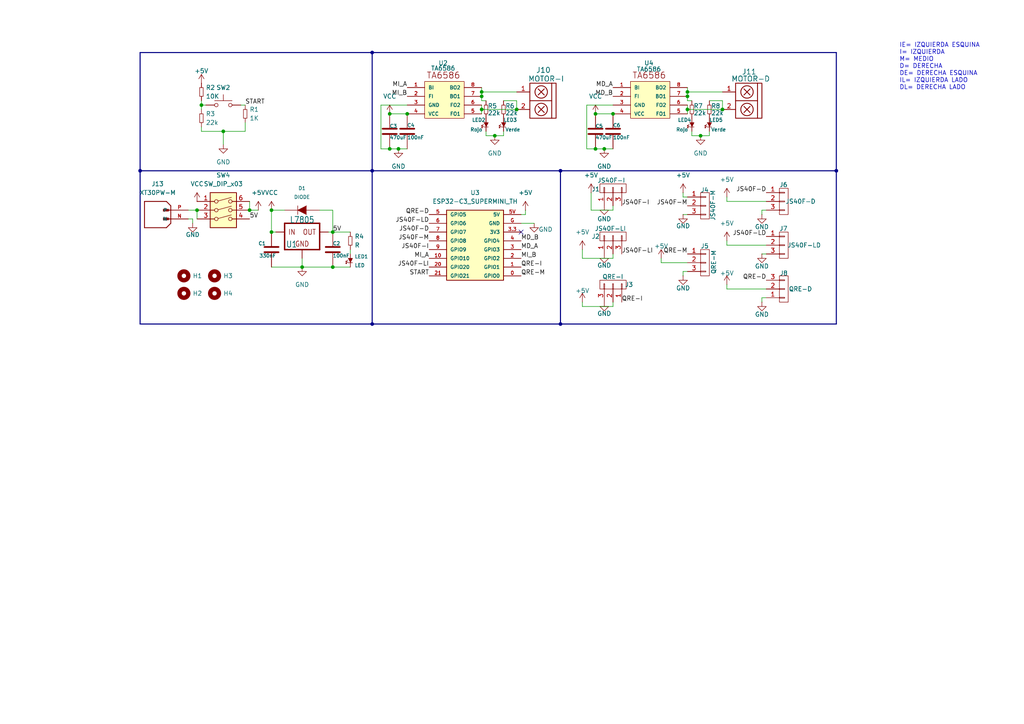
<source format=kicad_sch>
(kicad_sch (version 20231120) (generator "eeschema") (generator_version "8.0")
  (paper "A4")
  (lib_symbols
    (symbol "EESTN5:C" (pin_numbers hide) (pin_names (offset 0.254))
      (property "Reference" "C" (at 0 2.54 0))
      (property "Value" "C" (at 0.1524 -2.159 0))
      (symbol "C_0_1"
        (polyline (pts (xy -2.032 -0.762) (xy 2.032 -0.762)) (stroke (width 0.508)))
        (polyline (pts (xy -2.032 0.762) (xy 2.032 0.762)) (stroke (width 0.508)))
      )
      (symbol "C_1_1"
        (pin passive line (at 0 5.08 270) (length 4.318) (name "~") (number "1"))
        (pin passive line (at 0 -5.08 90) (length 4.318) (name "~") (number "2"))
      )
    )
    (symbol "EESTN5:CONN_01X03" (pin_names (offset 1.016) hide)
      (property "Reference" "J" (at 0 5.08 0))
      (property "Value" "CONN_01X03" (at 2.54 0 90))
      (symbol "CONN_01X03_0_1"
        (rectangle (start -1.27 -2.413) (end 0.254 -2.667))
        (rectangle (start -1.27 0.127) (end 0.254 -0.127))
        (rectangle (start -1.27 2.667) (end 0.254 2.413))
        (rectangle (start -1.27 3.81) (end 1.27 -3.81))
      )
      (symbol "CONN_01X03_1_1"
        (pin passive line (at -5.08 2.54 0) (length 3.81) (name "P1") (number "1"))
        (pin passive line (at -5.08 0 0) (length 3.81) (name "P2") (number "2"))
        (pin passive line (at -5.08 -2.54 0) (length 3.81) (name "P3") (number "3"))
      )
    )
    (symbol "EESTN5:DIODE" (pin_numbers hide) (pin_names (offset 1.016) hide)
      (property "Reference" "D" (at 0 2.54 0))
      (property "Value" "DIODE" (at 0 -2.54 0))
      (symbol "DIODE_0_1"
        (polyline (pts (xy 1.27 1.27) (xy 1.27 -1.27)) (stroke (width 0.1524)))
        (polyline (pts (xy -1.27 1.27) (xy 1.27 0) (xy -1.27 -1.27)) (fill (type outline)))
      )
      (symbol "DIODE_1_1"
        (pin passive line (at -5.08 0 0) (length 3.81) (name "A") (number "1"))
        (pin passive line (at 5.08 0 180) (length 3.81) (name "K") (number "2"))
      )
    )
    (symbol "EESTN5:LED" (pin_numbers hide) (pin_names (offset 1.016) hide)
      (property "Reference" "LED" (at 0 2.54 0))
      (property "Value" "LED" (at 0 -2.54 0))
      (symbol "LED_0_1"
        (polyline (pts (xy 0.508 -0.762) (xy 1.016 -1.27) (xy 1.016 -1.27)))
        (polyline (pts (xy 1.016 -0.762) (xy 1.524 -1.27) (xy 1.524 -1.27)))
        (polyline (pts (xy 1.27 -0.635) (xy 1.27 0.635) (xy 1.27 0.635)))
        (polyline (pts (xy 1.27 0) (xy 0 0.635) (xy 0 -0.635) (xy 0 -0.635)) (fill (type outline)))
        (polyline (pts (xy 1.524 -1.27) (xy 1.27 -1.27) (xy 1.524 -1.016) (xy 1.524 -1.27) (xy 1.524 -1.27)) (fill (type outline)))
        (polyline (pts (xy 1.016 -1.27) (xy 0.762 -1.27) (xy 1.016 -1.016) (xy 1.016 -1.27) (xy 1.016 -1.27) (xy 1.016 -1.27)) (fill (type outline)))
      )
      (symbol "LED_1_1"
        (pin passive line (at -1.27 0 0) (length 1.27) (name "A") (number "1"))
        (pin passive line (at 2.54 0 180) (length 1.27) (name "K") (number "2"))
      )
    )
    (symbol "EESTN5:Mounting_Hole" (pin_names (offset 1.016))
      (property "Reference" "H" (at 0 5.08 0))
      (symbol "Mounting_Hole_0_1"
        (circle (center 0 0) (radius 1.27) (stroke (width 1.27)))
      )
    )
    (symbol "EESTN5:R" (pin_numbers hide) (pin_names (offset 0))
      (property "Reference" "R" (at -1.27 0 90))
      (property "Value" "R" (at 1.27 0 90))
      (symbol "R_0_1"
        (rectangle (start 0.508 1.27) (end -0.508 -1.27))
      )
      (symbol "R_1_1"
        (pin passive line (at 0 2.54 270) (length 1.27) (name "~") (number "1"))
        (pin passive line (at 0 -2.54 90) (length 1.27) (name "~") (number "2"))
      )
    )
    (symbol "EESTN5:SW_DIP_x03" (pin_names (offset 0) hide)
      (property "Reference" "SW" (at 0 8.89 0))
      (property "Value" "SW_DIP_x03" (at 0 -3.81 0))
      (symbol "SW_DIP_x03_0_0"
        (circle (center -2.032 0) (radius 0.508))
        (circle (center -2.032 2.54) (radius 0.508))
        (circle (center -2.032 5.08) (radius 0.508))
        (polyline (pts (xy -1.524 0.127) (xy 2.3622 1.1684)))
        (polyline (pts (xy -1.524 2.667) (xy 2.3622 3.7084)))
        (polyline (pts (xy -1.524 5.207) (xy 2.3622 6.2484)))
        (circle (center 2.032 0) (radius 0.508))
        (circle (center 2.032 2.54) (radius 0.508))
        (circle (center 2.032 5.08) (radius 0.508))
      )
      (symbol "SW_DIP_x03_0_1"
        (rectangle (start -3.81 7.62) (end 3.81 -2.54) (stroke (width 0.254)) (fill (type background)))
      )
      (symbol "SW_DIP_x03_1_1"
        (pin input line (at -7.62 5.08 0) (length 5.08) (name "~") (number "1"))
        (pin input line (at -7.62 2.54 0) (length 5.08) (name "~") (number "2"))
        (pin input line (at -7.62 0 0) (length 5.08) (name "~") (number "3"))
        (pin input line (at 7.62 0 180) (length 5.08) (name "~") (number "4"))
        (pin input line (at 7.62 2.54 180) (length 5.08) (name "~") (number "5"))
        (pin input line (at 7.62 5.08 180) (length 5.08) (name "~") (number "6"))
      )
    )
    (symbol "EESTN5:SW_Push" (pin_numbers hide) (pin_names (offset 1.016) hide)
      (property "Reference" "SW" (at 1.27 2.54 0))
      (symbol "SW_Push_0_1"
        (circle (center -2.032 0) (radius 0.508))
        (polyline (pts (xy 0 1.27) (xy 0 3.048)))
        (polyline (pts (xy 2.54 1.27) (xy -2.54 1.27)))
        (circle (center 2.032 0) (radius 0.508))
        (pin passive line (at -5.08 0 0) (length 2.54) (name "1") (number "1"))
        (pin passive line (at 5.08 0 180) (length 2.54) (name "2") (number "2"))
      )
    )
    (symbol "EESTN5:TB_1X2" (pin_names (offset 1.016))
      (property "Reference" "J" (at 0 7.62 0))
      (property "Value" "TB_1X2" (at 1.27 -7.62 0))
      (symbol "TB_1X2_0_1"
        (rectangle (start -2.54 5.08) (end 5.08 -5.08) (stroke (width 0.254)))
        (polyline (pts (xy -1.27 0) (xy 5.08 0)) (stroke (width 0.254)))
        (polyline (pts (xy -1.27 5.08) (xy -1.27 -5.08)) (stroke (width 0.254)))
        (polyline (pts (xy 0.889 -3.429) (xy 2.667 -1.651)) (stroke (width 0.254)))
        (polyline (pts (xy 0.889 -1.651) (xy 2.667 -3.429)) (stroke (width 0.254)))
        (polyline (pts (xy 0.889 1.651) (xy 2.667 3.429)) (stroke (width 0.254)))
        (polyline (pts (xy 0.889 3.429) (xy 2.667 1.651)) (stroke (width 0.254)))
        (circle (center 1.778 -2.54) (radius 1.8034) (stroke (width 0.254)))
        (circle (center 1.778 2.54) (radius 1.8034) (stroke (width 0.254)))
      )
      (symbol "TB_1X2_1_1"
        (pin input line (at 8.89 2.54 180) (length 3.81) (name "~") (number "1"))
        (pin input line (at 8.89 -2.54 180) (length 3.81) (name "~") (number "2"))
      )
    )
    (symbol "EESTN5:l7805"
      (property "Reference" "U6" (at -3.302 -3.81 0))
      (property "Value" "L7805" (at -1.778 4.572 0))
      (symbol "l7805_1_0"
        (polyline (pts (xy -5.08 -5.08) (xy 5.08 -5.08)) (stroke (width 0.4064)))
        (polyline (pts (xy -5.08 2.54) (xy -5.08 -5.08)) (stroke (width 0.4064)))
        (polyline (pts (xy 5.08 -5.08) (xy 5.08 2.54)) (stroke (width 0.4064)))
        (polyline (pts (xy 5.08 2.54) (xy -5.08 2.54)) (stroke (width 0.4064)))
        (text "GND" (at 0 -4.318 0) (effects (font (size 1.524 1.2954)) (justify bottom)))
        (text "IN" (at -4.064 0 0) (effects (font (size 1.524 1.2954)) (justify left)))
        (text "OUT" (at 4.064 0 0) (effects (font (size 1.524 1.2954)) (justify right)))
        (pin power_in line (at -7.62 0 0) (length 2.54) (name "VIN") (number "1"))
        (pin power_in line (at 0 -7.62 90) (length 2.54) (name "GND") (number "2"))
        (pin power_in line (at 7.62 0 180) (length 2.54) (name "VOUT") (number "3"))
      )
    )
    (symbol "ESP32-C3_SUPERMINI_TH:ESP32-C3_SUPERMINI_TH" (pin_names (offset 1.016))
      (property "Reference" "U1" (at 0.635 15.24 0))
      (property "Value" "ESP32-C3_SUPERMINI_TH" (at 0.635 12.7 0))
      (symbol "ESP32-C3_SUPERMINI_TH_0_0"
        (rectangle (start -7.62 -10.16) (end 8.89 10.16) (stroke (width 0.254)) (fill (type background)))
        (pin bidirectional line (at 13.97 -8.89 180) (length 5.08) (name "GPIO0") (number "0"))
        (pin bidirectional line (at 13.97 -6.35 180) (length 5.08) (name "GPIO1") (number "1"))
        (pin bidirectional line (at -12.7 -3.81 0) (length 5.08) (name "GPIO10") (number "10"))
        (pin bidirectional line (at 13.97 -3.81 180) (length 5.08) (name "GPIO2") (number "2"))
        (pin bidirectional line (at -12.7 -6.35 0) (length 5.08) (name "GPIO20") (number "20"))
        (pin bidirectional line (at -12.7 -8.89 0) (length 5.08) (name "GPIO21") (number "21"))
        (pin bidirectional line (at 13.97 -1.27 180) (length 5.08) (name "GPIO3") (number "3"))
        (pin bidirectional line (at 13.97 1.27 180) (length 5.08) (name "GPIO4") (number "4"))
        (pin bidirectional line (at -12.7 8.89 0) (length 5.08) (name "GPIO5") (number "5"))
        (pin power_in line (at 13.97 8.89 180) (length 5.08) (name "5V") (number "5V"))
        (pin bidirectional line (at -12.7 6.35 0) (length 5.08) (name "GPIO6") (number "6"))
        (pin bidirectional line (at -12.7 3.81 0) (length 5.08) (name "GPIO7") (number "7"))
        (pin bidirectional line (at -12.7 1.27 0) (length 5.08) (name "GPIO8") (number "8"))
        (pin bidirectional line (at -12.7 -1.27 0) (length 5.08) (name "GPIO9") (number "9"))
      )
      (symbol "ESP32-C3_SUPERMINI_TH_1_0"
        (pin bidirectional line (at 13.97 3.81 180) (length 5.08) (name "3V3") (number "3.3"))
        (pin bidirectional line (at 13.97 6.35 180) (length 5.08) (name "GND") (number "G"))
      )
    )
    (symbol "TA6586:TA6586" (pin_names (offset 1.016))
      (property "Reference" "U5" (at -4.064 8.636 0))
      (property "Value" "TA6586" (at -4.064 6.096 0))
      (symbol "TA6586_0_0"
        (rectangle (start -10.16 0.508) (end 1.27 -10.16) (stroke (width 0.1524)) (fill (type background)))
        (text "TA6586 " (at -4.064 2.286 0) (effects (font (size 1.778 1.778))))
      )
      (symbol "TA6586_1_0"
        (pin bidirectional line (at -15.24 -1.27 0) (length 5.08) (name "BI") (number "1"))
        (pin bidirectional line (at -15.24 -3.81 0) (length 5.08) (name "FI") (number "2"))
        (pin bidirectional line (at -15.24 -6.35 0) (length 5.08) (name "GND") (number "3"))
        (pin bidirectional line (at -15.24 -8.89 0) (length 5.08) (name "VCC") (number "4"))
        (pin bidirectional line (at 6.35 -8.89 180) (length 5.08) (name "FO1") (number "5"))
        (pin bidirectional line (at 6.35 -6.35 180) (length 5.08) (name "FO2") (number "6"))
        (pin bidirectional line (at 6.35 -3.81 180) (length 5.08) (name "BO1") (number "7"))
        (pin bidirectional line (at 6.35 -1.27 180) (length 5.08) (name "BO2") (number "8"))
      )
    )
    (symbol "XT30PW-M:XT30PW-M" (pin_names (offset 1.016))
      (property "Reference" "J" (at -7.62 3.302 0))
      (property "Value" "XT30PW-M" (at -7.62 -7.62 0))
      (symbol "XT30PW-M_0_0"
        (rectangle (start -2.2225 -2.8575) (end -0.635 -2.2225) (stroke (width 0.1)) (fill (type outline)))
        (rectangle (start -2.2225 -0.3175) (end -0.635 0.3175) (stroke (width 0.1)) (fill (type outline)))
        (polyline (pts (xy -7.62 -5.08) (xy -7.62 2.54)) (stroke (width 0.254)))
        (polyline (pts (xy -7.62 2.54) (xy -1.27 2.54)) (stroke (width 0.254)))
        (polyline (pts (xy -1.27 -5.08) (xy -7.62 -5.08)) (stroke (width 0.254)))
        (polyline (pts (xy 0 -3.81) (xy -1.27 -5.08)) (stroke (width 0.254)))
        (polyline (pts (xy 0 -2.54) (xy -1.905 -2.54)) (stroke (width 0.254)))
        (polyline (pts (xy 0 0) (xy -1.905 0)) (stroke (width 0.254)))
        (polyline (pts (xy 0 0) (xy 0 -3.81)) (stroke (width 0.254)))
        (polyline (pts (xy 0 1.27) (xy -1.27 2.54)) (stroke (width 0.254)))
        (polyline (pts (xy 0 1.27) (xy 0 0)) (stroke (width 0.254)))
        (pin power_in line (at 5.08 -2.54 180) (length 5.08) (name "N") (number "N"))
        (pin power_in line (at 5.08 0 180) (length 5.08) (name "P") (number "P"))
      )
    )
    (symbol "power:+5V" (power) (pin_numbers hide) (pin_names (offset 0) hide)
      (property "Value" "+5V" (at 0 3.556 0))
      (symbol "+5V_0_1"
        (polyline (pts (xy -0.762 1.27) (xy 0 2.54)))
        (polyline (pts (xy 0 0) (xy 0 2.54)))
        (polyline (pts (xy 0 2.54) (xy 0.762 1.27)))
      )
      (symbol "+5V_1_1"
        (pin power_in line (at 0 0 90) (length 0) (name "~") (number "1"))
      )
    )
    (symbol "power:GND" (power) (pin_numbers hide) (pin_names (offset 0) hide)
      (property "Value" "GND" (at 0 -3.81 0))
      (symbol "GND_0_1"
        (polyline (pts (xy 0 0) (xy 0 -1.27) (xy 1.27 -1.27) (xy 0 -2.54) (xy -1.27 -1.27) (xy 0 -1.27)))
      )
      (symbol "GND_1_1"
        (pin power_in line (at 0 0 270) (length 0) (name "~") (number "1"))
      )
    )
    (symbol "power:VCC" (power) (pin_numbers hide) (pin_names (offset 0) hide)
      (property "Value" "VCC" (at 0 3.556 0))
      (symbol "VCC_0_1"
        (polyline (pts (xy -0.762 1.27) (xy 0 2.54)))
        (polyline (pts (xy 0 0) (xy 0 2.54)))
        (polyline (pts (xy 0 2.54) (xy 0.762 1.27)))
      )
      (symbol "VCC_1_1"
        (pin power_in line (at 0 0 90) (length 0) (name "~") (number "1"))
      )
    )
  )
  (junction (at 175.26 43.18))
  (junction (at 78.74 67.31))
  (junction (at 87.63 77.47))
  (junction (at 199.39 27.94))
  (junction (at 107.95 93.98))
  (junction (at 139.7 31.75))
  (junction (at 162.56 93.98))
  (junction (at 209.55 31.75))
  (junction (at 40.64 49.53))
  (junction (at 78.74 60.96))
  (junction (at 149.86 31.75))
  (junction (at 57.15 60.96))
  (junction (at 107.95 49.53))
  (junction (at 139.7 26.67))
  (junction (at 139.7 27.94))
  (junction (at 113.03 33.02))
  (junction (at 242.57 49.53))
  (junction (at 172.72 43.18))
  (junction (at 107.95 15.24))
  (junction (at 172.72 33.02))
  (junction (at 64.77 38.1))
  (junction (at 96.52 77.47))
  (junction (at 199.39 26.67))
  (junction (at 118.11 33.02))
  (junction (at 162.56 49.53))
  (junction (at 143.51 39.37))
  (junction (at 58.42 30.48))
  (junction (at 199.39 31.75))
  (junction (at 203.2 39.37))
  (junction (at 72.39 60.96))
  (junction (at 177.8 33.02))
  (junction (at 96.52 67.31))
  (junction (at 115.57 43.18))
  (junction (at 113.03 43.18))
  (no_connect (at 151.13 67.31))
  (wire (pts (xy 87.63 77.47) (xy 96.52 77.47)))
  (wire (pts (xy 87.63 74.93) (xy 87.63 77.47)))
  (wire (pts (xy 199.39 62.23) (xy 198.12 62.23)))
  (wire (pts (xy 199.39 25.4) (xy 199.39 26.67)))
  (wire (pts (xy 199.39 78.74) (xy 198.12 78.74)))
  (wire (pts (xy 149.86 26.67) (xy 139.7 26.67)))
  (wire (pts (xy 220.98 60.96) (xy 220.98 62.23)))
  (bus (pts (xy 40.64 49.53) (xy 40.64 93.98)))
  (wire (pts (xy 78.74 60.96) (xy 78.74 67.31)))
  (wire (pts (xy 72.39 58.42) (xy 72.39 60.96)))
  (wire (pts (xy 177.8 30.48) (xy 170.18 30.48)))
  (wire (pts (xy 222.25 58.42) (xy 210.82 58.42)))
  (wire (pts (xy 222.25 60.96) (xy 220.98 60.96)))
  (wire (pts (xy 78.74 60.96) (xy 82.55 60.96)))
  (wire (pts (xy 113.03 33.02) (xy 118.11 33.02)))
  (wire (pts (xy 200.66 39.37) (xy 203.2 39.37)))
  (wire (pts (xy 177.8 88.9) (xy 168.91 88.9)))
  (wire (pts (xy 170.18 43.18) (xy 172.72 43.18)))
  (wire (pts (xy 222.25 83.82) (xy 210.82 83.82)))
  (wire (pts (xy 113.03 43.18) (xy 115.57 43.18)))
  (wire (pts (xy 171.45 60.96) (xy 177.8 60.96)))
  (wire (pts (xy 177.8 87.63) (xy 177.8 88.9)))
  (wire (pts (xy 210.82 71.12) (xy 222.25 71.12)))
  (wire (pts (xy 78.74 77.47) (xy 87.63 77.47)))
  (wire (pts (xy 146.05 29.21) (xy 149.86 29.21)))
  (wire (pts (xy 205.74 39.37) (xy 205.74 38.1)))
  (bus (pts (xy 162.56 93.98) (xy 107.95 93.98)))
  (wire (pts (xy 222.25 86.36) (xy 220.98 86.36)))
  (wire (pts (xy 199.39 29.21) (xy 199.39 27.94)))
  (wire (pts (xy 168.91 87.63) (xy 168.91 88.9)))
  (wire (pts (xy 139.7 31.75) (xy 139.7 33.02)))
  (wire (pts (xy 200.66 29.21) (xy 199.39 29.21)))
  (wire (pts (xy 199.39 76.2) (xy 191.77 76.2)))
  (wire (pts (xy 175.26 43.18) (xy 177.8 43.18)))
  (wire (pts (xy 146.05 39.37) (xy 146.05 38.1)))
  (wire (pts (xy 152.4 62.23) (xy 151.13 62.23)))
  (wire (pts (xy 177.8 74.93) (xy 168.91 74.93)))
  (wire (pts (xy 110.49 30.48) (xy 110.49 43.18)))
  (wire (pts (xy 152.4 60.96) (xy 152.4 62.23)))
  (bus (pts (xy 162.56 49.53) (xy 242.57 49.53)))
  (wire (pts (xy 115.57 43.18) (xy 118.11 43.18)))
  (wire (pts (xy 209.55 26.67) (xy 199.39 26.67)))
  (wire (pts (xy 140.97 39.37) (xy 140.97 38.1)))
  (wire (pts (xy 199.39 30.48) (xy 199.39 31.75)))
  (wire (pts (xy 55.88 64.77) (xy 55.88 63.5)))
  (bus (pts (xy 107.95 93.98) (xy 40.64 93.98)))
  (wire (pts (xy 58.42 38.1) (xy 64.77 38.1)))
  (bus (pts (xy 107.95 15.24) (xy 242.57 15.24)))
  (bus (pts (xy 242.57 93.98) (xy 162.56 93.98)))
  (wire (pts (xy 55.88 63.5) (xy 54.61 63.5)))
  (wire (pts (xy 96.52 67.31) (xy 95.25 67.31)))
  (wire (pts (xy 140.97 39.37) (xy 143.51 39.37)))
  (wire (pts (xy 71.12 35.56) (xy 71.12 38.1)))
  (wire (pts (xy 57.15 60.96) (xy 57.15 63.5)))
  (wire (pts (xy 58.42 36.83) (xy 58.42 38.1)))
  (wire (pts (xy 209.55 31.75) (xy 199.39 31.75)))
  (wire (pts (xy 210.82 71.12) (xy 210.82 69.85)))
  (wire (pts (xy 199.39 26.67) (xy 199.39 27.94)))
  (wire (pts (xy 172.72 33.02) (xy 177.8 33.02)))
  (wire (pts (xy 58.42 30.48) (xy 58.42 31.75)))
  (wire (pts (xy 58.42 30.48) (xy 59.69 30.48)))
  (wire (pts (xy 149.86 29.21) (xy 149.86 31.75)))
  (wire (pts (xy 92.71 60.96) (xy 96.52 60.96)))
  (wire (pts (xy 172.72 43.18) (xy 175.26 43.18)))
  (wire (pts (xy 199.39 57.15) (xy 198.12 57.15)))
  (bus (pts (xy 162.56 93.98) (xy 162.56 49.53)))
  (wire (pts (xy 78.74 67.31) (xy 80.01 67.31)))
  (wire (pts (xy 199.39 31.75) (xy 199.39 33.02)))
  (wire (pts (xy 210.82 58.42) (xy 210.82 57.15)))
  (wire (pts (xy 220.98 86.36) (xy 220.98 87.63)))
  (wire (pts (xy 71.12 38.1) (xy 64.77 38.1)))
  (wire (pts (xy 149.86 31.75) (xy 139.7 31.75)))
  (bus (pts (xy 40.64 49.53) (xy 107.95 49.53)))
  (wire (pts (xy 139.7 29.21) (xy 139.7 27.94)))
  (bus (pts (xy 242.57 15.24) (xy 242.57 49.53)))
  (wire (pts (xy 54.61 60.96) (xy 57.15 60.96)))
  (wire (pts (xy 177.8 59.69) (xy 177.8 60.96)))
  (bus (pts (xy 242.57 49.53) (xy 242.57 93.98)))
  (bus (pts (xy 107.95 49.53) (xy 107.95 93.98)))
  (wire (pts (xy 96.52 77.47) (xy 101.6 77.47)))
  (wire (pts (xy 64.77 38.1) (xy 64.77 41.91)))
  (wire (pts (xy 200.66 39.37) (xy 200.66 38.1)))
  (wire (pts (xy 140.97 29.21) (xy 139.7 29.21)))
  (wire (pts (xy 209.55 29.21) (xy 209.55 31.75)))
  (wire (pts (xy 118.11 30.48) (xy 110.49 30.48)))
  (wire (pts (xy 198.12 78.74) (xy 198.12 80.01)))
  (wire (pts (xy 222.25 73.66) (xy 220.98 73.66)))
  (bus (pts (xy 40.64 15.24) (xy 107.95 15.24)))
  (wire (pts (xy 139.7 25.4) (xy 139.7 26.67)))
  (wire (pts (xy 210.82 83.82) (xy 210.82 82.55)))
  (wire (pts (xy 168.91 72.39) (xy 168.91 74.93)))
  (wire (pts (xy 171.45 55.88) (xy 171.45 60.96)))
  (wire (pts (xy 170.18 30.48) (xy 170.18 43.18)))
  (wire (pts (xy 143.51 39.37) (xy 146.05 39.37)))
  (bus (pts (xy 162.56 49.53) (xy 107.95 49.53)))
  (wire (pts (xy 191.77 76.2) (xy 191.77 74.93)))
  (wire (pts (xy 151.13 64.77) (xy 154.94 64.77)))
  (wire (pts (xy 69.85 30.48) (xy 71.12 30.48)))
  (wire (pts (xy 101.6 73.66) (xy 101.6 72.39)))
  (wire (pts (xy 203.2 39.37) (xy 205.74 39.37)))
  (wire (pts (xy 139.7 26.67) (xy 139.7 27.94)))
  (wire (pts (xy 96.52 60.96) (xy 96.52 67.31)))
  (wire (pts (xy 205.74 29.21) (xy 209.55 29.21)))
  (wire (pts (xy 72.39 60.96) (xy 74.93 60.96)))
  (wire (pts (xy 139.7 30.48) (xy 139.7 31.75)))
  (wire (pts (xy 198.12 57.15) (xy 198.12 55.88)))
  (wire (pts (xy 96.52 67.31) (xy 101.6 67.31)))
  (wire (pts (xy 58.42 29.21) (xy 58.42 30.48)))
  (bus (pts (xy 107.95 49.53) (xy 107.95 15.24)))
  (wire (pts (xy 110.49 43.18) (xy 113.03 43.18)))
  (bus (pts (xy 40.64 15.24) (xy 40.64 49.53)))
  (wire (pts (xy 177.8 73.66) (xy 177.8 74.93)))
  (text "IE= IZQUIERDA ESQUINA\nI= IZQUIERDA \nM= MEDIO \nD= DERECHA \nDE= DERECHA ESQUINA \nIL= IZQUIERDA LADO \nDL= DERECHA LADO \n" (at 260.858 19.304 0) (effects (font (size 1.27 1.27)) (justify left)))
  (label "JS40F-D" (at 124.46 67.31 180))
  (label "MI_A" (at 124.46 74.93 180))
  (label "JS40F-M" (at 124.46 69.85 180))
  (label "QRE-D" (at 124.46 62.23 180))
  (label "5V" (at 72.39 63.5 0))
  (label "QRE-I" (at 151.13 77.47 0))
  (label "JS40F-LI" (at 180.34 73.66 0))
  (label "MI_A" (at 118.11 25.4 180))
  (label "MI_B" (at 118.11 27.94 180))
  (label "JS40F-I" (at 124.46 72.39 180))
  (label "JS40F-D" (at 222.25 55.88 180))
  (label "MI_B" (at 151.13 74.93 0))
  (label "MD_B" (at 151.13 69.85 0))
  (label "5V" (at 96.52 67.31 0))
  (label "MD_A" (at 177.8 25.4 180))
  (label "QRE-M" (at 199.39 73.66 180))
  (label "START" (at 71.12 30.48 0))
  (label "JS40F-LD" (at 124.46 64.77 180))
  (label "MD_B" (at 177.8 27.94 180))
  (label "START" (at 124.46 80.01 180))
  (label "QRE-M" (at 151.13 80.01 0))
  (label "JS40F-LI" (at 124.46 77.47 180))
  (label "QRE-I" (at 180.34 87.63 0))
  (label "QRE-D" (at 222.25 81.28 180))
  (label "JS40F-I" (at 180.34 59.69 0))
  (label "JS40F-M" (at 199.39 59.69 180))
  (label "MD_A" (at 151.13 72.39 0))
  (label "JS40F-LD" (at 222.25 68.58 180))
  (symbol (lib_id "EESTN5:CONN_01X03") (at 177.8 82.55 270) (mirror x) (unit 1)
    (property "Reference" "J3" (at 183.642 82.55 90) (effects (justify right)))
    (property "Value" "QRE-I" (at 180.848 80.264 90) (effects (justify right)))
    (property "Footprint" "Connector_JST:JST_PH_B3B-PH-K_1x03_P2.00mm_Vertical" (effects (hide yes)))
    (property "Description" "Connector, single row, 01x03, pin header" (effects (hide yes)))
  )
  (symbol (lib_id "power:GND") (at 220.98 73.66 0) (unit 1)
    (property "Reference" "#PWR020" (effects (hide yes)))
    (property "Value" "GND" (at 220.98 77.216 0))
    (property "Description" "Power symbol creates a global label with name \"GND\" , ground" (effects (hide yes)))
  )
  (symbol (lib_id "power:VCC") (at 113.03 33.02 0) (unit 1)
    (property "Reference" "#PWR04" (effects (hide yes)))
    (property "Value" "VCC" (at 113.03 27.94 0))
    (property "Description" "Power symbol creates a global label with name \"VCC\"" (effects (hide yes)))
  )
  (symbol (lib_id "power:GND") (at 64.77 41.91 0) (unit 1)
    (property "Reference" "#PWR029" (effects (hide yes)))
    (property "Value" "GND" (at 64.77 46.99 0))
    (property "Description" "Power symbol creates a global label with name \"GND\" , ground" (effects (hide yes)))
  )
  (symbol (lib_id "power:+5V") (at 152.4 60.96 0) (unit 1)
    (property "Reference" "#PWR06" (effects (hide yes)))
    (property "Value" "+5V" (at 152.4 55.88 0))
    (property "Description" "Power symbol creates a global label with name \"+5V\"" (effects (hide yes)))
  )
  (symbol (lib_id "power:GND") (at 175.26 87.63 0) (unit 1)
    (property "Reference" "#PWR024" (effects (hide yes)))
    (property "Value" "GND" (at 175.26 90.932 0))
    (property "Description" "Power symbol creates a global label with name \"GND\" , ground" (effects (hide yes)))
  )
  (symbol (lib_id "EESTN5:Mounting_Hole") (at 53.34 80.01 0) (unit 1)
    (property "Reference" "H1" (at 55.88 80.0099 0) (effects (justify left)))
    (property "Value" "Mounting_Hole" (effects (hide yes)))
    (property "Footprint" "EESTN5:hole_3mm" (effects (hide yes)))
    (property "Description" "Mounting Hole without connection" (effects (hide yes)))
  )
  (symbol (lib_id "power:GND") (at 55.88 64.77 0) (unit 1)
    (property "Reference" "#PWR027" (effects (hide yes)))
    (property "Value" "GND" (at 55.88 68.072 0))
    (property "Description" "Power symbol creates a global label with name \"GND\" , ground" (effects (hide yes)))
  )
  (symbol (lib_id "EESTN5:R") (at 58.42 34.29 0) (unit 1)
    (property "Reference" "R3" (at 59.69 33.0199 0) (effects (justify left)))
    (property "Value" "22k" (at 59.69 35.5599 0) (effects (justify left)))
    (property "Footprint" "EESTN5:R_0805" (effects (hide yes)))
    (property "Description" "Resistor" (effects (hide yes)))
  )
  (symbol (lib_id "EESTN5:TB_1X2") (at 218.44 29.21 0) (mirror y) (unit 1)
    (property "Reference" "J11" (at 215.138 20.828 0) (effects (font (size 1.524 1.524)) (justify right)))
    (property "Value" "MOTOR-D" (at 212.09 22.86 0) (effects (font (size 1.524 1.524)) (justify right)))
    (property "Footprint" "EESTN5:TB 2.54mm" (effects (hide yes)))
  )
  (symbol (lib_id "EESTN5:R") (at 58.42 26.67 0) (unit 1)
    (property "Reference" "R2" (at 59.69 25.3999 0) (effects (justify left)))
    (property "Value" "10K" (at 59.69 27.9399 0) (effects (justify left)))
    (property "Footprint" "EESTN5:R_0805" (effects (hide yes)))
    (property "Description" "Resistor" (effects (hide yes)))
  )
  (symbol (lib_id "power:GND") (at 87.63 77.47 0) (unit 1)
    (property "Reference" "#PWR02" (effects (hide yes)))
    (property "Value" "GND" (at 87.63 82.55 0))
    (property "Description" "Power symbol creates a global label with name \"GND\" , ground" (effects (hide yes)))
  )
  (symbol (lib_id "EESTN5:CONN_01X03") (at 227.33 58.42 0) (unit 1)
    (property "Reference" "J6" (at 226.06 53.594 0) (effects (justify left)))
    (property "Value" "JS40F-D" (at 227.838 58.42 0) (effects (justify left)))
    (property "Footprint" "Connector_JST:JST_PH_B3B-PH-K_1x03_P2.00mm_Vertical" (effects (hide yes)))
    (property "Description" "Connector, single row, 01x03, pin header" (effects (hide yes)))
  )
  (symbol (lib_id "EESTN5:R") (at 101.6 69.85 0) (unit 1)
    (property "Reference" "R4" (at 102.87 68.5799 0) (effects (justify left)))
    (property "Value" "R" (at 102.87 71.1199 0) (effects (justify left)))
    (property "Footprint" "EESTN5:R_0805" (effects (hide yes)))
    (property "Description" "Resistor" (effects (hide yes)))
  )
  (symbol (lib_id "EESTN5:l7805") (at 87.63 67.31 0) (unit 1)
    (property "Reference" "U1" (at 84.582 70.866 0) (effects (font (size 1.778 1.5113))))
    (property "Value" "L7805" (at 87.63 63.754 0) (effects (font (size 1.778 1.5113))))
    (property "Footprint" "EESTN5:D2PAK" (effects (hide yes)))
  )
  (symbol (lib_id "EESTN5:LED") (at 200.66 35.56 270) (unit 1)
    (property "Reference" "LED4" (at 196.596 34.798 90) (effects (font (size 1.016 1.016)) (justify left)))
    (property "Value" "Rojo" (at 196.088 37.592 90) (effects (font (size 1.016 1.016)) (justify left)))
    (property "Footprint" "EESTN5:Led_0805" (effects (hide yes)))
  )
  (symbol (lib_id "power:GND") (at 175.26 73.66 0) (unit 1)
    (property "Reference" "#PWR013" (effects (hide yes)))
    (property "Value" "GND" (at 175.26 76.962 0))
    (property "Description" "Power symbol creates a global label with name \"GND\" , ground" (effects (hide yes)))
  )
  (symbol (lib_id "power:+5V") (at 168.91 72.39 0) (unit 1)
    (property "Reference" "#PWR012" (effects (hide yes)))
    (property "Value" "+5V" (at 168.91 67.31 0))
    (property "Description" "Power symbol creates a global label with name \"+5V\"" (effects (hide yes)))
  )
  (symbol (lib_id "power:GND") (at 175.26 59.69 0) (unit 1)
    (property "Reference" "#PWR011" (effects (hide yes)))
    (property "Value" "GND" (at 175.26 63.5 0))
    (property "Description" "Power symbol creates a global label with name \"GND\" , ground" (effects (hide yes)))
  )
  (symbol (lib_id "power:GND") (at 220.98 87.63 0) (unit 1)
    (property "Reference" "#PWR023" (effects (hide yes)))
    (property "Value" "GND" (at 220.98 91.186 0))
    (property "Description" "Power symbol creates a global label with name \"GND\" , ground" (effects (hide yes)))
  )
  (symbol (lib_id "EESTN5:R") (at 200.66 31.75 0) (unit 1)
    (property "Reference" "R7" (at 201.168 30.734 0) (effects (justify left)))
    (property "Value" "22k" (at 201.168 32.766 0) (effects (justify left)))
    (property "Footprint" "EESTN5:R_0805" (effects (hide yes)))
    (property "Description" "Resistor" (effects (hide yes)))
  )
  (symbol (lib_id "EESTN5:LED") (at 146.05 35.56 270) (unit 1)
    (property "Reference" "LED3" (at 146.05 34.798 90) (effects (font (size 1.016 1.016)) (justify left)))
    (property "Value" "Verde" (at 146.558 37.592 90) (effects (font (size 1.016 1.016)) (justify left)))
    (property "Footprint" "EESTN5:Led_0805" (effects (hide yes)))
  )
  (symbol (lib_id "power:GND") (at 198.12 62.23 0) (unit 1)
    (property "Reference" "#PWR016" (effects (hide yes)))
    (property "Value" "GND" (at 198.12 65.532 0))
    (property "Description" "Power symbol creates a global label with name \"GND\" , ground" (effects (hide yes)))
  )
  (symbol (lib_id "power:GND") (at 143.51 39.37 0) (unit 1)
    (property "Reference" "#PWR030" (effects (hide yes)))
    (property "Value" "GND" (at 143.51 44.45 0))
    (property "Description" "Power symbol creates a global label with name \"GND\" , ground" (effects (hide yes)))
  )
  (symbol (lib_id "EESTN5:R") (at 140.97 31.75 0) (unit 1)
    (property "Reference" "R5" (at 141.478 30.734 0) (effects (justify left)))
    (property "Value" "22k" (at 141.478 32.766 0) (effects (justify left)))
    (property "Footprint" "EESTN5:R_0805" (effects (hide yes)))
    (property "Description" "Resistor" (effects (hide yes)))
  )
  (symbol (lib_id "EESTN5:CONN_01X03") (at 227.33 83.82 0) (mirror x) (unit 1)
    (property "Reference" "J8" (at 227.33 79.248 0))
    (property "Value" "QRE-D" (at 232.156 83.82 0))
    (property "Footprint" "Connector_JST:JST_PH_B3B-PH-K_1x03_P2.00mm_Vertical" (effects (hide yes)))
    (property "Description" "Connector, single row, 01x03, pin header" (effects (hide yes)))
  )
  (symbol (lib_id "EESTN5:LED") (at 140.97 35.56 270) (unit 1)
    (property "Reference" "LED2" (at 136.906 34.798 90) (effects (font (size 1.016 1.016)) (justify left)))
    (property "Value" "Rojo" (at 136.398 37.592 90) (effects (font (size 1.016 1.016)) (justify left)))
    (property "Footprint" "EESTN5:Led_0805" (effects (hide yes)))
  )
  (symbol (lib_id "EESTN5:R") (at 146.05 31.75 0) (unit 1)
    (property "Reference" "R6" (at 146.558 30.734 0) (effects (justify left)))
    (property "Value" "22k" (at 146.558 32.766 0) (effects (justify left)))
    (property "Footprint" "EESTN5:R_0805" (effects (hide yes)))
    (property "Description" "Resistor" (effects (hide yes)))
  )
  (symbol (lib_id "EESTN5:CONN_01X03") (at 227.33 71.12 0) (unit 1)
    (property "Reference" "J7" (at 226.06 66.294 0) (effects (justify left)))
    (property "Value" "JS40F-LD" (at 228.346 71.12 0) (effects (justify left)))
    (property "Footprint" "Connector_JST:JST_PH_B3B-PH-K_1x03_P2.00mm_Vertical" (effects (hide yes)))
    (property "Description" "Connector, single row, 01x03, pin header" (effects (hide yes)))
  )
  (symbol (lib_id "EESTN5:SW_DIP_x03") (at 64.77 63.5 0) (unit 1)
    (property "Reference" "SW4" (at 64.77 50.8 0))
    (property "Value" "SW_DIP_x03" (at 64.77 53.34 0))
    (property "Footprint" "Button_Switch_THT:SW_E-Switch_EG1271_SPDT" (effects (hide yes)))
    (property "Description" "3x DIP Switch, Single Pole Single Throw (SPST) switch, small symbol" (effects (hide yes)))
  )
  (symbol (lib_id "power:GND") (at 115.57 43.18 0) (unit 1)
    (property "Reference" "#PWR05" (effects (hide yes)))
    (property "Value" "GND" (at 115.57 48.26 0))
    (property "Description" "Power symbol creates a global label with name \"GND\" , ground" (effects (hide yes)))
  )
  (symbol (lib_id "power:GND") (at 220.98 62.23 0) (unit 1)
    (property "Reference" "#PWR018" (effects (hide yes)))
    (property "Value" "GND" (at 220.98 65.786 0))
    (property "Description" "Power symbol creates a global label with name \"GND\" , ground" (effects (hide yes)))
  )
  (symbol (lib_id "EESTN5:C") (at 118.11 38.1 0) (unit 1)
    (property "Reference" "C4" (at 118.11 36.322 0) (effects (font (size 1.016 1.016)) (justify left)))
    (property "Value" "100nF" (at 118.11 39.878 0) (effects (font (size 1.016 1.016)) (justify left)))
    (property "Footprint" "EESTN5:C_0805" (effects (hide yes)))
  )
  (symbol (lib_id "power:VCC") (at 78.74 60.96 0) (unit 1)
    (property "Reference" "#PWR01" (effects (hide yes)))
    (property "Value" "VCC" (at 78.74 55.88 0))
    (property "Description" "Power symbol creates a global label with name \"VCC\"" (effects (hide yes)))
  )
  (symbol (lib_id "TA6586:TA6586") (at 133.35 24.13 0) (unit 1)
    (property "Reference" "U2" (at 128.524 18.288 0))
    (property "Value" "TA6586" (at 128.524 19.812 0))
    (property "Footprint" "EESTN5:TA6586-FOOTPRINT" (effects (hide yes)))
    (property "MF" "Wuxi" (effects (hide yes)))
    (property "Description_1" "\n                        \n                            DC Bidirectional motor driving circuit\n                        \n" (effects (hide yes)))
    (property "Package" "Package" (effects (hide yes)))
    (property "Price" "None" (effects (hide yes)))
    (property "SnapEDA_Link" "https://www.snapeda.com/parts/TA6586/Wuxi/view-part/?ref=snap" (effects (hide yes)))
    (property "MP" "TA6586" (effects (hide yes)))
    (property "Availability" "Not in stock" (effects (hide yes)))
    (property "Check_prices" "https://www.snapeda.com/parts/TA6586/Wuxi/view-part/?ref=eda" (effects (hide yes)))
  )
  (symbol (lib_id "power:GND") (at 198.12 80.01 0) (unit 1)
    (property "Reference" "#PWR025" (effects (hide yes)))
    (property "Value" "GND" (at 198.12 83.566 0))
    (property "Description" "Power symbol creates a global label with name \"GND\" , ground" (effects (hide yes)))
  )
  (symbol (lib_id "power:GND") (at 175.26 43.18 0) (unit 1)
    (property "Reference" "#PWR09" (effects (hide yes)))
    (property "Value" "GND" (at 175.26 48.26 0))
    (property "Description" "Power symbol creates a global label with name \"GND\" , ground" (effects (hide yes)))
  )
  (symbol (lib_id "power:VCC") (at 57.15 58.42 0) (unit 1)
    (property "Reference" "#PWR026" (effects (hide yes)))
    (property "Value" "VCC" (at 57.15 53.34 0))
    (property "Description" "Power symbol creates a global label with name \"VCC\"" (effects (hide yes)))
  )
  (symbol (lib_id "EESTN5:DIODE") (at 87.63 60.96 180) (unit 1)
    (property "Reference" "D1" (at 87.5919 54.61 0) (effects (font (size 1.016 1.016))))
    (property "Value" "DIODE" (at 87.5919 57.15 0) (effects (font (size 1.016 1.016))))
    (property "Footprint" "Diode_SMD:D_1206_3216Metric_Pad1.42x1.75mm_HandSolder" (effects (hide yes)))
  )
  (symbol (lib_id "EESTN5:Mounting_Hole") (at 62.23 85.09 0) (unit 1)
    (property "Reference" "H4" (at 64.77 85.0899 0) (effects (justify left)))
    (property "Value" "Mounting_Hole" (effects (hide yes)))
    (property "Footprint" "EESTN5:hole_3mm" (effects (hide yes)))
    (property "Description" "Mounting Hole without connection" (effects (hide yes)))
  )
  (symbol (lib_id "power:+5V") (at 74.93 60.96 0) (unit 1)
    (property "Reference" "#PWR03" (effects (hide yes)))
    (property "Value" "+5V" (at 74.93 55.88 0))
    (property "Description" "Power symbol creates a global label with name \"+5V\"" (effects (hide yes)))
  )
  (symbol (lib_id "power:+5V") (at 171.45 55.88 0) (unit 1)
    (property "Reference" "#PWR010" (effects (hide yes)))
    (property "Value" "+5V" (at 171.45 50.8 0))
    (property "Description" "Power symbol creates a global label with name \"+5V\"" (effects (hide yes)))
  )
  (symbol (lib_id "EESTN5:CONN_01X03") (at 204.47 59.69 0) (unit 1)
    (property "Reference" "J4" (at 203.2 55.118 0) (effects (justify left)))
    (property "Value" "JS40F-M" (at 206.756 64.008 90) (effects (justify left)))
    (property "Footprint" "Connector_JST:JST_PH_B3B-PH-K_1x03_P2.00mm_Vertical" (effects (hide yes)))
    (property "Description" "Connector, single row, 01x03, pin header" (effects (hide yes)))
  )
  (symbol (lib_id "ESP32-C3_SUPERMINI_TH:ESP32-C3_SUPERMINI_TH") (at 137.16 71.12 0) (unit 1)
    (property "Reference" "U3" (at 137.795 55.88 0))
    (property "Value" "ESP32-C3_SUPERMINI_TH" (at 137.795 58.42 0))
    (property "Footprint" "EESTN5:MODULE_ESP32-C3_SUPERMINI" (effects (hide yes)))
  )
  (symbol (lib_id "EESTN5:C") (at 113.03 38.1 0) (unit 1)
    (property "Reference" "C3" (at 113.03 36.576 0) (effects (font (size 1.016 1.016)) (justify left)))
    (property "Value" "470uF" (at 113.03 39.878 0) (effects (font (size 1.016 1.016)) (justify left)))
    (property "Footprint" "Capacitor_SMD:CP_Elec_10x10" (effects (hide yes)))
  )
  (symbol (lib_id "EESTN5:R") (at 71.12 33.02 0) (unit 1)
    (property "Reference" "R1" (at 72.39 31.7499 0) (effects (justify left)))
    (property "Value" "1K" (at 72.39 34.2899 0) (effects (justify left)))
    (property "Footprint" "EESTN5:R_0805" (effects (hide yes)))
    (property "Description" "Resistor" (effects (hide yes)))
  )
  (symbol (lib_id "EESTN5:C") (at 78.74 72.39 0) (unit 1)
    (property "Reference" "C1" (at 74.93 70.612 0) (effects (font (size 1.016 1.016)) (justify left)))
    (property "Value" "330nF" (at 75.184 74.168 0) (effects (font (size 1.016 1.016)) (justify left)))
    (property "Footprint" "EESTN5:C_0805" (effects (hide yes)))
  )
  (symbol (lib_id "EESTN5:LED") (at 205.74 35.56 270) (unit 1)
    (property "Reference" "LED5" (at 205.74 34.798 90) (effects (font (size 1.016 1.016)) (justify left)))
    (property "Value" "Verde" (at 206.248 37.592 90) (effects (font (size 1.016 1.016)) (justify left)))
    (property "Footprint" "EESTN5:Led_0805" (effects (hide yes)))
  )
  (symbol (lib_id "EESTN5:R") (at 205.74 31.75 0) (unit 1)
    (property "Reference" "R8" (at 206.248 30.734 0) (effects (justify left)))
    (property "Value" "22k" (at 206.248 32.766 0) (effects (justify left)))
    (property "Footprint" "EESTN5:R_0805" (effects (hide yes)))
    (property "Description" "Resistor" (effects (hide yes)))
  )
  (symbol (lib_id "power:GND") (at 203.2 39.37 0) (unit 1)
    (property "Reference" "#PWR031" (effects (hide yes)))
    (property "Value" "GND" (at 203.2 44.45 0))
    (property "Description" "Power symbol creates a global label with name \"GND\" , ground" (effects (hide yes)))
  )
  (symbol (lib_id "power:+5V") (at 210.82 57.15 0) (unit 1)
    (property "Reference" "#PWR017" (effects (hide yes)))
    (property "Value" "+5V" (at 210.82 52.07 0))
    (property "Description" "Power symbol creates a global label with name \"+5V\"" (effects (hide yes)))
  )
  (symbol (lib_id "power:GND") (at 154.94 64.77 0) (unit 1)
    (property "Reference" "#PWR07" (effects (hide yes)))
    (property "Value" "GND" (at 158.242 66.548 0))
    (property "Description" "Power symbol creates a global label with name \"GND\" , ground" (effects (hide yes)))
  )
  (symbol (lib_id "EESTN5:Mounting_Hole") (at 53.34 85.09 0) (unit 1)
    (property "Reference" "H2" (at 55.88 85.0899 0) (effects (justify left)))
    (property "Value" "Mounting_Hole" (effects (hide yes)))
    (property "Footprint" "EESTN5:hole_3mm" (effects (hide yes)))
    (property "Description" "Mounting Hole without connection" (effects (hide yes)))
  )
  (symbol (lib_id "EESTN5:Mounting_Hole") (at 62.23 80.01 0) (unit 1)
    (property "Reference" "H3" (at 64.77 80.0099 0) (effects (justify left)))
    (property "Value" "Mounting_Hole" (effects (hide yes)))
    (property "Footprint" "EESTN5:hole_3mm" (effects (hide yes)))
    (property "Description" "Mounting Hole without connection" (effects (hide yes)))
  )
  (symbol (lib_id "power:+5V") (at 191.77 74.93 0) (unit 1)
    (property "Reference" "#PWR021" (effects (hide yes)))
    (property "Value" "+5V" (at 191.77 71.374 0))
    (property "Description" "Power symbol creates a global label with name \"+5V\"" (effects (hide yes)))
  )
  (symbol (lib_id "power:+5V") (at 168.91 87.63 0) (unit 1)
    (property "Reference" "#PWR014" (effects (hide yes)))
    (property "Value" "+5V" (at 168.91 84.328 0))
    (property "Description" "Power symbol creates a global label with name \"+5V\"" (effects (hide yes)))
  )
  (symbol (lib_id "EESTN5:TB_1X2") (at 158.75 29.21 0) (mirror y) (unit 1)
    (property "Reference" "J10" (at 155.448 20.32 0) (effects (font (size 1.524 1.524)) (justify right)))
    (property "Value" "MOTOR-I" (at 153.162 22.86 0) (effects (font (size 1.524 1.524)) (justify right)))
    (property "Footprint" "EESTN5:TB 2.54mm" (effects (hide yes)))
  )
  (symbol (lib_id "power:VCC") (at 172.72 33.02 0) (unit 1)
    (property "Reference" "#PWR08" (effects (hide yes)))
    (property "Value" "VCC" (at 172.72 27.94 0))
    (property "Description" "Power symbol creates a global label with name \"VCC\"" (effects (hide yes)))
  )
  (symbol (lib_id "XT30PW-M:XT30PW-M") (at 49.53 60.96 0) (unit 1)
    (property "Reference" "J13" (at 45.72 53.34 0))
    (property "Value" "XT30PW-M" (at 45.72 55.88 0))
    (property "Footprint" "EESTN5:AMASS_XT30PW-M" (effects (hide yes)))
    (property "MF" "AMASS" (effects (hide yes)))
    (property "MAXIMUM_PACKAGE_HEIGHT" "5 mm" (effects (hide yes)))
    (property "Package" "None" (effects (hide yes)))
    (property "Price" "None" (effects (hide yes)))
    (property "Check_prices" "https://www.snapeda.com/parts/XT30PW-M/AMASS/view-part/?ref=eda" (effects (hide yes)))
    (property "STANDARD" "Manufacturer Recommendations" (effects (hide yes)))
    (property "PARTREV" "1.2" (effects (hide yes)))
    (property "SnapEDA_Link" "https://www.snapeda.com/parts/XT30PW-M/AMASS/view-part/?ref=snap" (effects (hide yes)))
    (property "MP" "XT30PW-M" (effects (hide yes)))
    (property "Description_1" "\n                        \n                            Socket; DC supply; XT30; male; PIN: 2; on PCBs; THT; Colour: yellow\n                        \n" (effects (hide yes)))
    (property "MANUFACTURER" "Amass" (effects (hide yes)))
    (property "Availability" "Not in stock" (effects (hide yes)))
    (property "SNAPEDA_PN" "XT30PW-M" (effects (hide yes)))
  )
  (symbol (lib_id "EESTN5:LED") (at 101.6 74.93 270) (unit 1)
    (property "Reference" "LED1" (at 102.87 74.4219 90) (effects (font (size 1.016 1.016)) (justify left)))
    (property "Value" "LED" (at 102.87 76.9619 90) (effects (font (size 1.016 1.016)) (justify left)))
    (property "Footprint" "LED_SMD:LED_0805_2012Metric" (effects (hide yes)))
  )
  (symbol (lib_id "EESTN5:CONN_01X03") (at 177.8 54.61 90) (unit 1)
    (property "Reference" "J1" (at 173.99 54.864 90) (effects (justify left)))
    (property "Value" "JS40F-I" (at 181.356 52.324 90) (effects (justify left)))
    (property "Footprint" "Connector_JST:JST_PH_B3B-PH-K_1x03_P2.00mm_Vertical" (effects (hide yes)))
    (property "Description" "Connector, single row, 01x03, pin header" (effects (hide yes)))
  )
  (symbol (lib_id "power:+5V") (at 198.12 55.88 0) (unit 1)
    (property "Reference" "#PWR015" (effects (hide yes)))
    (property "Value" "+5V" (at 198.12 50.8 0))
    (property "Description" "Power symbol creates a global label with name \"+5V\"" (effects (hide yes)))
  )
  (symbol (lib_id "TA6586:TA6586") (at 193.04 24.13 0) (unit 1)
    (property "Reference" "U4" (at 188.214 18.288 0))
    (property "Value" "TA6586" (at 188.214 20.066 0))
    (property "Footprint" "EESTN5:TA6586-FOOTPRINT" (effects (hide yes)))
    (property "MF" "Wuxi" (effects (hide yes)))
    (property "Description_1" "\n                        \n                            DC Bidirectional motor driving circuit\n                        \n" (effects (hide yes)))
    (property "Package" "Package" (effects (hide yes)))
    (property "Price" "None" (effects (hide yes)))
    (property "SnapEDA_Link" "https://www.snapeda.com/parts/TA6586/Wuxi/view-part/?ref=snap" (effects (hide yes)))
    (property "MP" "TA6586" (effects (hide yes)))
    (property "Availability" "Not in stock" (effects (hide yes)))
    (property "Check_prices" "https://www.snapeda.com/parts/TA6586/Wuxi/view-part/?ref=eda" (effects (hide yes)))
  )
  (symbol (lib_id "EESTN5:C") (at 172.72 38.1 0) (unit 1)
    (property "Reference" "C5" (at 172.72 36.576 0) (effects (font (size 1.016 1.016)) (justify left)))
    (property "Value" "470uF" (at 172.72 39.878 0) (effects (font (size 1.016 1.016)) (justify left)))
    (property "Footprint" "Capacitor_SMD:CP_Elec_10x10" (effects (hide yes)))
  )
  (symbol (lib_id "power:+5V") (at 58.42 24.13 0) (unit 1)
    (property "Reference" "#PWR028" (effects (hide yes)))
    (property "Value" "+5V" (at 58.42 20.574 0))
    (property "Description" "Power symbol creates a global label with name \"+5V\"" (effects (hide yes)))
  )
  (symbol (lib_id "power:+5V") (at 210.82 69.85 0) (unit 1)
    (property "Reference" "#PWR019" (effects (hide yes)))
    (property "Value" "+5V" (at 210.82 64.77 0))
    (property "Description" "Power symbol creates a global label with name \"+5V\"" (effects (hide yes)))
  )
  (symbol (lib_id "EESTN5:CONN_01X03") (at 204.47 76.2 0) (unit 1)
    (property "Reference" "J5" (at 203.2 71.374 0) (effects (justify left)))
    (property "Value" "QRE-M" (at 207.01 79.502 90) (effects (justify left)))
    (property "Footprint" "Connector_JST:JST_PH_B3B-PH-K_1x03_P2.00mm_Vertical" (effects (hide yes)))
    (property "Description" "Connector, single row, 01x03, pin header" (effects (hide yes)))
  )
  (symbol (lib_id "EESTN5:C") (at 177.8 38.1 0) (unit 1)
    (property "Reference" "C6" (at 177.8 36.322 0) (effects (font (size 1.016 1.016)) (justify left)))
    (property "Value" "100nF" (at 177.8 39.878 0) (effects (font (size 1.016 1.016)) (justify left)))
    (property "Footprint" "EESTN5:C_0805" (effects (hide yes)))
  )
  (symbol (lib_id "EESTN5:SW_Push") (at 64.77 30.48 0) (unit 1)
    (property "Reference" "SW2" (at 64.77 25.4 0))
    (property "Value" "SW_Push" (effects (hide yes)))
    (property "Footprint" "EESTN5:Pulsador_SMD_2_BAJO" (effects (hide yes)))
    (property "Description" "Push button switch, generic, two pins" (effects (hide yes)))
  )
  (symbol (lib_id "EESTN5:CONN_01X03") (at 177.8 68.58 90) (unit 1)
    (property "Reference" "J2" (at 173.99 68.58 90) (effects (justify left)))
    (property "Value" "JS40F-LI" (at 181.61 66.294 90) (effects (justify left)))
    (property "Footprint" "Connector_JST:JST_PH_B3B-PH-K_1x03_P2.00mm_Vertical" (effects (hide yes)))
    (property "Description" "Connector, single row, 01x03, pin header" (effects (hide yes)))
  )
  (symbol (lib_id "EESTN5:C") (at 96.52 72.39 0) (unit 1)
    (property "Reference" "C2" (at 96.52 70.612 0) (effects (font (size 1.016 1.016)) (justify left)))
    (property "Value" "100nF" (at 96.52 74.168 0) (effects (font (size 1.016 1.016)) (justify left)))
    (property "Footprint" "EESTN5:C_0805" (effects (hide yes)))
  )
  (symbol (lib_id "power:+5V") (at 210.82 82.55 0) (unit 1)
    (property "Reference" "#PWR022" (effects (hide yes)))
    (property "Value" "+5V" (at 210.82 79.248 0))
    (property "Description" "Power symbol creates a global label with name \"+5V\"" (effects (hide yes)))
  )
)
</source>
